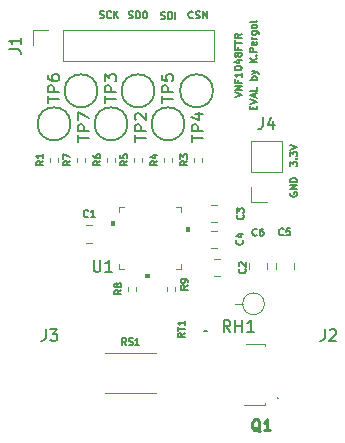
<source format=gbr>
%TF.GenerationSoftware,KiCad,Pcbnew,(6.0.8)*%
%TF.CreationDate,2023-02-11T16:42:38+01:00*%
%TF.ProjectId,VNF1048FTR_TestBoard,564e4631-3034-4384-9654-525f54657374,rev?*%
%TF.SameCoordinates,Original*%
%TF.FileFunction,Legend,Top*%
%TF.FilePolarity,Positive*%
%FSLAX46Y46*%
G04 Gerber Fmt 4.6, Leading zero omitted, Abs format (unit mm)*
G04 Created by KiCad (PCBNEW (6.0.8)) date 2023-02-11 16:42:38*
%MOMM*%
%LPD*%
G01*
G04 APERTURE LIST*
%ADD10C,0.150000*%
%ADD11C,0.225000*%
%ADD12C,0.120000*%
%ADD13C,0.100000*%
%ADD14C,0.200000*%
G04 APERTURE END LIST*
D10*
X113350771Y-28360657D02*
X113436485Y-28389228D01*
X113579342Y-28389228D01*
X113636485Y-28360657D01*
X113665057Y-28332085D01*
X113693628Y-28274942D01*
X113693628Y-28217800D01*
X113665057Y-28160657D01*
X113636485Y-28132085D01*
X113579342Y-28103514D01*
X113465057Y-28074942D01*
X113407914Y-28046371D01*
X113379342Y-28017800D01*
X113350771Y-27960657D01*
X113350771Y-27903514D01*
X113379342Y-27846371D01*
X113407914Y-27817800D01*
X113465057Y-27789228D01*
X113607914Y-27789228D01*
X113693628Y-27817800D01*
X114293628Y-28332085D02*
X114265057Y-28360657D01*
X114179342Y-28389228D01*
X114122200Y-28389228D01*
X114036485Y-28360657D01*
X113979342Y-28303514D01*
X113950771Y-28246371D01*
X113922200Y-28132085D01*
X113922200Y-28046371D01*
X113950771Y-27932085D01*
X113979342Y-27874942D01*
X114036485Y-27817800D01*
X114122200Y-27789228D01*
X114179342Y-27789228D01*
X114265057Y-27817800D01*
X114293628Y-27846371D01*
X114550771Y-28389228D02*
X114550771Y-27789228D01*
X114893628Y-28389228D02*
X114636485Y-28046371D01*
X114893628Y-27789228D02*
X114550771Y-28132085D01*
X121226314Y-28357485D02*
X121197742Y-28386057D01*
X121112028Y-28414628D01*
X121054885Y-28414628D01*
X120969171Y-28386057D01*
X120912028Y-28328914D01*
X120883457Y-28271771D01*
X120854885Y-28157485D01*
X120854885Y-28071771D01*
X120883457Y-27957485D01*
X120912028Y-27900342D01*
X120969171Y-27843200D01*
X121054885Y-27814628D01*
X121112028Y-27814628D01*
X121197742Y-27843200D01*
X121226314Y-27871771D01*
X121454885Y-28386057D02*
X121540600Y-28414628D01*
X121683457Y-28414628D01*
X121740600Y-28386057D01*
X121769171Y-28357485D01*
X121797742Y-28300342D01*
X121797742Y-28243200D01*
X121769171Y-28186057D01*
X121740600Y-28157485D01*
X121683457Y-28128914D01*
X121569171Y-28100342D01*
X121512028Y-28071771D01*
X121483457Y-28043200D01*
X121454885Y-27986057D01*
X121454885Y-27928914D01*
X121483457Y-27871771D01*
X121512028Y-27843200D01*
X121569171Y-27814628D01*
X121712028Y-27814628D01*
X121797742Y-27843200D01*
X122054885Y-28414628D02*
X122054885Y-27814628D01*
X122397742Y-28414628D01*
X122397742Y-27814628D01*
X118537114Y-28436857D02*
X118622828Y-28465428D01*
X118765685Y-28465428D01*
X118822828Y-28436857D01*
X118851400Y-28408285D01*
X118879971Y-28351142D01*
X118879971Y-28294000D01*
X118851400Y-28236857D01*
X118822828Y-28208285D01*
X118765685Y-28179714D01*
X118651400Y-28151142D01*
X118594257Y-28122571D01*
X118565685Y-28094000D01*
X118537114Y-28036857D01*
X118537114Y-27979714D01*
X118565685Y-27922571D01*
X118594257Y-27894000D01*
X118651400Y-27865428D01*
X118794257Y-27865428D01*
X118879971Y-27894000D01*
X119137114Y-28465428D02*
X119137114Y-27865428D01*
X119279971Y-27865428D01*
X119365685Y-27894000D01*
X119422828Y-27951142D01*
X119451400Y-28008285D01*
X119479971Y-28122571D01*
X119479971Y-28208285D01*
X119451400Y-28322571D01*
X119422828Y-28379714D01*
X119365685Y-28436857D01*
X119279971Y-28465428D01*
X119137114Y-28465428D01*
X119737114Y-28465428D02*
X119737114Y-27865428D01*
X115800285Y-28386057D02*
X115886000Y-28414628D01*
X116028857Y-28414628D01*
X116086000Y-28386057D01*
X116114571Y-28357485D01*
X116143142Y-28300342D01*
X116143142Y-28243200D01*
X116114571Y-28186057D01*
X116086000Y-28157485D01*
X116028857Y-28128914D01*
X115914571Y-28100342D01*
X115857428Y-28071771D01*
X115828857Y-28043200D01*
X115800285Y-27986057D01*
X115800285Y-27928914D01*
X115828857Y-27871771D01*
X115857428Y-27843200D01*
X115914571Y-27814628D01*
X116057428Y-27814628D01*
X116143142Y-27843200D01*
X116400285Y-28414628D02*
X116400285Y-27814628D01*
X116543142Y-27814628D01*
X116628857Y-27843200D01*
X116686000Y-27900342D01*
X116714571Y-27957485D01*
X116743142Y-28071771D01*
X116743142Y-28157485D01*
X116714571Y-28271771D01*
X116686000Y-28328914D01*
X116628857Y-28386057D01*
X116543142Y-28414628D01*
X116400285Y-28414628D01*
X117114571Y-27814628D02*
X117228857Y-27814628D01*
X117286000Y-27843200D01*
X117343142Y-27900342D01*
X117371714Y-28014628D01*
X117371714Y-28214628D01*
X117343142Y-28328914D01*
X117286000Y-28386057D01*
X117228857Y-28414628D01*
X117114571Y-28414628D01*
X117057428Y-28386057D01*
X117000285Y-28328914D01*
X116971714Y-28214628D01*
X116971714Y-28014628D01*
X117000285Y-27900342D01*
X117057428Y-27843200D01*
X117114571Y-27814628D01*
X126322142Y-36113571D02*
X126322142Y-35913571D01*
X126636428Y-35827857D02*
X126636428Y-36113571D01*
X126036428Y-36113571D01*
X126036428Y-35827857D01*
X126036428Y-35656428D02*
X126636428Y-35456428D01*
X126036428Y-35256428D01*
X126465000Y-35085000D02*
X126465000Y-34799285D01*
X126636428Y-35142142D02*
X126036428Y-34942142D01*
X126636428Y-34742142D01*
X126636428Y-34256428D02*
X126636428Y-34542142D01*
X126036428Y-34542142D01*
X126636428Y-33599285D02*
X126036428Y-33599285D01*
X126265000Y-33599285D02*
X126236428Y-33542142D01*
X126236428Y-33427857D01*
X126265000Y-33370714D01*
X126293571Y-33342142D01*
X126350714Y-33313571D01*
X126522142Y-33313571D01*
X126579285Y-33342142D01*
X126607857Y-33370714D01*
X126636428Y-33427857D01*
X126636428Y-33542142D01*
X126607857Y-33599285D01*
X126236428Y-33113571D02*
X126636428Y-32970714D01*
X126236428Y-32827857D02*
X126636428Y-32970714D01*
X126779285Y-33027857D01*
X126807857Y-33056428D01*
X126836428Y-33113571D01*
X126636428Y-32142142D02*
X126036428Y-32142142D01*
X126636428Y-31799285D02*
X126293571Y-32056428D01*
X126036428Y-31799285D02*
X126379285Y-32142142D01*
X126579285Y-31542142D02*
X126607857Y-31513571D01*
X126636428Y-31542142D01*
X126607857Y-31570714D01*
X126579285Y-31542142D01*
X126636428Y-31542142D01*
X126636428Y-31256428D02*
X126036428Y-31256428D01*
X126036428Y-31027857D01*
X126065000Y-30970714D01*
X126093571Y-30942142D01*
X126150714Y-30913571D01*
X126236428Y-30913571D01*
X126293571Y-30942142D01*
X126322142Y-30970714D01*
X126350714Y-31027857D01*
X126350714Y-31256428D01*
X126607857Y-30427857D02*
X126636428Y-30485000D01*
X126636428Y-30599285D01*
X126607857Y-30656428D01*
X126550714Y-30685000D01*
X126322142Y-30685000D01*
X126265000Y-30656428D01*
X126236428Y-30599285D01*
X126236428Y-30485000D01*
X126265000Y-30427857D01*
X126322142Y-30399285D01*
X126379285Y-30399285D01*
X126436428Y-30685000D01*
X126636428Y-30142142D02*
X126236428Y-30142142D01*
X126350714Y-30142142D02*
X126293571Y-30113571D01*
X126265000Y-30085000D01*
X126236428Y-30027857D01*
X126236428Y-29970714D01*
X126236428Y-29513571D02*
X126722142Y-29513571D01*
X126779285Y-29542142D01*
X126807857Y-29570714D01*
X126836428Y-29627857D01*
X126836428Y-29713571D01*
X126807857Y-29770714D01*
X126607857Y-29513571D02*
X126636428Y-29570714D01*
X126636428Y-29685000D01*
X126607857Y-29742142D01*
X126579285Y-29770714D01*
X126522142Y-29799285D01*
X126350714Y-29799285D01*
X126293571Y-29770714D01*
X126265000Y-29742142D01*
X126236428Y-29685000D01*
X126236428Y-29570714D01*
X126265000Y-29513571D01*
X126636428Y-29142142D02*
X126607857Y-29199285D01*
X126579285Y-29227857D01*
X126522142Y-29256428D01*
X126350714Y-29256428D01*
X126293571Y-29227857D01*
X126265000Y-29199285D01*
X126236428Y-29142142D01*
X126236428Y-29056428D01*
X126265000Y-28999285D01*
X126293571Y-28970714D01*
X126350714Y-28942142D01*
X126522142Y-28942142D01*
X126579285Y-28970714D01*
X126607857Y-28999285D01*
X126636428Y-29056428D01*
X126636428Y-29142142D01*
X126636428Y-28599285D02*
X126607857Y-28656428D01*
X126550714Y-28685000D01*
X126036428Y-28685000D01*
X129494000Y-43179942D02*
X129465428Y-43237085D01*
X129465428Y-43322800D01*
X129494000Y-43408514D01*
X129551142Y-43465657D01*
X129608285Y-43494228D01*
X129722571Y-43522800D01*
X129808285Y-43522800D01*
X129922571Y-43494228D01*
X129979714Y-43465657D01*
X130036857Y-43408514D01*
X130065428Y-43322800D01*
X130065428Y-43265657D01*
X130036857Y-43179942D01*
X130008285Y-43151371D01*
X129808285Y-43151371D01*
X129808285Y-43265657D01*
X130065428Y-42894228D02*
X129465428Y-42894228D01*
X130065428Y-42551371D01*
X129465428Y-42551371D01*
X130065428Y-42265657D02*
X129465428Y-42265657D01*
X129465428Y-42122800D01*
X129494000Y-42037085D01*
X129551142Y-41979942D01*
X129608285Y-41951371D01*
X129722571Y-41922800D01*
X129808285Y-41922800D01*
X129922571Y-41951371D01*
X129979714Y-41979942D01*
X130036857Y-42037085D01*
X130065428Y-42122800D01*
X130065428Y-42265657D01*
X129440028Y-40916114D02*
X129440028Y-40544685D01*
X129668600Y-40744685D01*
X129668600Y-40658971D01*
X129697171Y-40601828D01*
X129725742Y-40573257D01*
X129782885Y-40544685D01*
X129925742Y-40544685D01*
X129982885Y-40573257D01*
X130011457Y-40601828D01*
X130040028Y-40658971D01*
X130040028Y-40830400D01*
X130011457Y-40887542D01*
X129982885Y-40916114D01*
X129982885Y-40287542D02*
X130011457Y-40258971D01*
X130040028Y-40287542D01*
X130011457Y-40316114D01*
X129982885Y-40287542D01*
X130040028Y-40287542D01*
X129440028Y-40058971D02*
X129440028Y-39687542D01*
X129668600Y-39887542D01*
X129668600Y-39801828D01*
X129697171Y-39744685D01*
X129725742Y-39716114D01*
X129782885Y-39687542D01*
X129925742Y-39687542D01*
X129982885Y-39716114D01*
X130011457Y-39744685D01*
X130040028Y-39801828D01*
X130040028Y-39973257D01*
X130011457Y-40030400D01*
X129982885Y-40058971D01*
X129440028Y-39516114D02*
X130040028Y-39316114D01*
X129440028Y-39116114D01*
%TO.C,J4*%
X127149666Y-36790380D02*
X127149666Y-37504666D01*
X127102047Y-37647523D01*
X127006809Y-37742761D01*
X126863952Y-37790380D01*
X126768714Y-37790380D01*
X128054428Y-37123714D02*
X128054428Y-37790380D01*
X127816333Y-36742761D02*
X127578238Y-37457047D01*
X128197285Y-37457047D01*
%TO.C,J1*%
X105673380Y-31042333D02*
X106387666Y-31042333D01*
X106530523Y-31089952D01*
X106625761Y-31185190D01*
X106673380Y-31328047D01*
X106673380Y-31423285D01*
X106673380Y-30042333D02*
X106673380Y-30613761D01*
X106673380Y-30328047D02*
X105673380Y-30328047D01*
X105816238Y-30423285D01*
X105911476Y-30518523D01*
X105959095Y-30613761D01*
%TO.C,RH1*%
X124404523Y-54950380D02*
X124071190Y-54474190D01*
X123833095Y-54950380D02*
X123833095Y-53950380D01*
X124214047Y-53950380D01*
X124309285Y-53998000D01*
X124356904Y-54045619D01*
X124404523Y-54140857D01*
X124404523Y-54283714D01*
X124356904Y-54378952D01*
X124309285Y-54426571D01*
X124214047Y-54474190D01*
X123833095Y-54474190D01*
X124833095Y-54950380D02*
X124833095Y-53950380D01*
X124833095Y-54426571D02*
X125404523Y-54426571D01*
X125404523Y-54950380D02*
X125404523Y-53950380D01*
X126404523Y-54950380D02*
X125833095Y-54950380D01*
X126118809Y-54950380D02*
X126118809Y-53950380D01*
X126023571Y-54093238D01*
X125928333Y-54188476D01*
X125833095Y-54236095D01*
%TO.C,U1*%
X112826895Y-48880780D02*
X112826895Y-49690304D01*
X112874514Y-49785542D01*
X112922133Y-49833161D01*
X113017371Y-49880780D01*
X113207847Y-49880780D01*
X113303085Y-49833161D01*
X113350704Y-49785542D01*
X113398323Y-49690304D01*
X113398323Y-48880780D01*
X114398323Y-49880780D02*
X113826895Y-49880780D01*
X114112609Y-49880780D02*
X114112609Y-48880780D01*
X114017371Y-49023638D01*
X113922133Y-49118876D01*
X113826895Y-49166495D01*
X124766428Y-35085000D02*
X125366428Y-34885000D01*
X124766428Y-34685000D01*
X125366428Y-34485000D02*
X124766428Y-34485000D01*
X125366428Y-34142142D01*
X124766428Y-34142142D01*
X125052142Y-33656428D02*
X125052142Y-33856428D01*
X125366428Y-33856428D02*
X124766428Y-33856428D01*
X124766428Y-33570714D01*
X125366428Y-33027857D02*
X125366428Y-33370714D01*
X125366428Y-33199285D02*
X124766428Y-33199285D01*
X124852142Y-33256428D01*
X124909285Y-33313571D01*
X124937857Y-33370714D01*
X124766428Y-32656428D02*
X124766428Y-32599285D01*
X124795000Y-32542142D01*
X124823571Y-32513571D01*
X124880714Y-32485000D01*
X124995000Y-32456428D01*
X125137857Y-32456428D01*
X125252142Y-32485000D01*
X125309285Y-32513571D01*
X125337857Y-32542142D01*
X125366428Y-32599285D01*
X125366428Y-32656428D01*
X125337857Y-32713571D01*
X125309285Y-32742142D01*
X125252142Y-32770714D01*
X125137857Y-32799285D01*
X124995000Y-32799285D01*
X124880714Y-32770714D01*
X124823571Y-32742142D01*
X124795000Y-32713571D01*
X124766428Y-32656428D01*
X124966428Y-31942142D02*
X125366428Y-31942142D01*
X124737857Y-32085000D02*
X125166428Y-32227857D01*
X125166428Y-31856428D01*
X125023571Y-31542142D02*
X124995000Y-31599285D01*
X124966428Y-31627857D01*
X124909285Y-31656428D01*
X124880714Y-31656428D01*
X124823571Y-31627857D01*
X124795000Y-31599285D01*
X124766428Y-31542142D01*
X124766428Y-31427857D01*
X124795000Y-31370714D01*
X124823571Y-31342142D01*
X124880714Y-31313571D01*
X124909285Y-31313571D01*
X124966428Y-31342142D01*
X124995000Y-31370714D01*
X125023571Y-31427857D01*
X125023571Y-31542142D01*
X125052142Y-31599285D01*
X125080714Y-31627857D01*
X125137857Y-31656428D01*
X125252142Y-31656428D01*
X125309285Y-31627857D01*
X125337857Y-31599285D01*
X125366428Y-31542142D01*
X125366428Y-31427857D01*
X125337857Y-31370714D01*
X125309285Y-31342142D01*
X125252142Y-31313571D01*
X125137857Y-31313571D01*
X125080714Y-31342142D01*
X125052142Y-31370714D01*
X125023571Y-31427857D01*
X125052142Y-30856428D02*
X125052142Y-31056428D01*
X125366428Y-31056428D02*
X124766428Y-31056428D01*
X124766428Y-30770714D01*
X124766428Y-30627857D02*
X124766428Y-30285000D01*
X125366428Y-30456428D02*
X124766428Y-30456428D01*
X125366428Y-29742142D02*
X125080714Y-29942142D01*
X125366428Y-30085000D02*
X124766428Y-30085000D01*
X124766428Y-29856428D01*
X124795000Y-29799285D01*
X124823571Y-29770714D01*
X124880714Y-29742142D01*
X124966428Y-29742142D01*
X125023571Y-29770714D01*
X125052142Y-29799285D01*
X125080714Y-29856428D01*
X125080714Y-30085000D01*
%TO.C,TP7*%
X111466380Y-38853904D02*
X111466380Y-38282476D01*
X112466380Y-38568190D02*
X111466380Y-38568190D01*
X112466380Y-37949142D02*
X111466380Y-37949142D01*
X111466380Y-37568190D01*
X111514000Y-37472952D01*
X111561619Y-37425333D01*
X111656857Y-37377714D01*
X111799714Y-37377714D01*
X111894952Y-37425333D01*
X111942571Y-37472952D01*
X111990190Y-37568190D01*
X111990190Y-37949142D01*
X111466380Y-37044380D02*
X111466380Y-36377714D01*
X112466380Y-36806285D01*
%TO.C,TP6*%
X108926380Y-35551904D02*
X108926380Y-34980476D01*
X109926380Y-35266190D02*
X108926380Y-35266190D01*
X109926380Y-34647142D02*
X108926380Y-34647142D01*
X108926380Y-34266190D01*
X108974000Y-34170952D01*
X109021619Y-34123333D01*
X109116857Y-34075714D01*
X109259714Y-34075714D01*
X109354952Y-34123333D01*
X109402571Y-34170952D01*
X109450190Y-34266190D01*
X109450190Y-34647142D01*
X108926380Y-33218571D02*
X108926380Y-33409047D01*
X108974000Y-33504285D01*
X109021619Y-33551904D01*
X109164476Y-33647142D01*
X109354952Y-33694761D01*
X109735904Y-33694761D01*
X109831142Y-33647142D01*
X109878761Y-33599523D01*
X109926380Y-33504285D01*
X109926380Y-33313809D01*
X109878761Y-33218571D01*
X109831142Y-33170952D01*
X109735904Y-33123333D01*
X109497809Y-33123333D01*
X109402571Y-33170952D01*
X109354952Y-33218571D01*
X109307333Y-33313809D01*
X109307333Y-33504285D01*
X109354952Y-33599523D01*
X109402571Y-33647142D01*
X109497809Y-33694761D01*
%TO.C,TP5*%
X118578380Y-35551904D02*
X118578380Y-34980476D01*
X119578380Y-35266190D02*
X118578380Y-35266190D01*
X119578380Y-34647142D02*
X118578380Y-34647142D01*
X118578380Y-34266190D01*
X118626000Y-34170952D01*
X118673619Y-34123333D01*
X118768857Y-34075714D01*
X118911714Y-34075714D01*
X119006952Y-34123333D01*
X119054571Y-34170952D01*
X119102190Y-34266190D01*
X119102190Y-34647142D01*
X118578380Y-33170952D02*
X118578380Y-33647142D01*
X119054571Y-33694761D01*
X119006952Y-33647142D01*
X118959333Y-33551904D01*
X118959333Y-33313809D01*
X119006952Y-33218571D01*
X119054571Y-33170952D01*
X119149809Y-33123333D01*
X119387904Y-33123333D01*
X119483142Y-33170952D01*
X119530761Y-33218571D01*
X119578380Y-33313809D01*
X119578380Y-33551904D01*
X119530761Y-33647142D01*
X119483142Y-33694761D01*
%TO.C,TP4*%
X121118380Y-38853904D02*
X121118380Y-38282476D01*
X122118380Y-38568190D02*
X121118380Y-38568190D01*
X122118380Y-37949142D02*
X121118380Y-37949142D01*
X121118380Y-37568190D01*
X121166000Y-37472952D01*
X121213619Y-37425333D01*
X121308857Y-37377714D01*
X121451714Y-37377714D01*
X121546952Y-37425333D01*
X121594571Y-37472952D01*
X121642190Y-37568190D01*
X121642190Y-37949142D01*
X121451714Y-36520571D02*
X122118380Y-36520571D01*
X121070761Y-36758666D02*
X121785047Y-36996761D01*
X121785047Y-36377714D01*
%TO.C,TP3*%
X113752380Y-35551904D02*
X113752380Y-34980476D01*
X114752380Y-35266190D02*
X113752380Y-35266190D01*
X114752380Y-34647142D02*
X113752380Y-34647142D01*
X113752380Y-34266190D01*
X113800000Y-34170952D01*
X113847619Y-34123333D01*
X113942857Y-34075714D01*
X114085714Y-34075714D01*
X114180952Y-34123333D01*
X114228571Y-34170952D01*
X114276190Y-34266190D01*
X114276190Y-34647142D01*
X113752380Y-33742380D02*
X113752380Y-33123333D01*
X114133333Y-33456666D01*
X114133333Y-33313809D01*
X114180952Y-33218571D01*
X114228571Y-33170952D01*
X114323809Y-33123333D01*
X114561904Y-33123333D01*
X114657142Y-33170952D01*
X114704761Y-33218571D01*
X114752380Y-33313809D01*
X114752380Y-33599523D01*
X114704761Y-33694761D01*
X114657142Y-33742380D01*
%TO.C,TP2*%
X116292380Y-38853904D02*
X116292380Y-38282476D01*
X117292380Y-38568190D02*
X116292380Y-38568190D01*
X117292380Y-37949142D02*
X116292380Y-37949142D01*
X116292380Y-37568190D01*
X116340000Y-37472952D01*
X116387619Y-37425333D01*
X116482857Y-37377714D01*
X116625714Y-37377714D01*
X116720952Y-37425333D01*
X116768571Y-37472952D01*
X116816190Y-37568190D01*
X116816190Y-37949142D01*
X116387619Y-36996761D02*
X116340000Y-36949142D01*
X116292380Y-36853904D01*
X116292380Y-36615809D01*
X116340000Y-36520571D01*
X116387619Y-36472952D01*
X116482857Y-36425333D01*
X116578095Y-36425333D01*
X116720952Y-36472952D01*
X117292380Y-37044380D01*
X117292380Y-36425333D01*
%TO.C,RT1*%
X120540428Y-55065571D02*
X120254714Y-55265571D01*
X120540428Y-55408428D02*
X119940428Y-55408428D01*
X119940428Y-55179857D01*
X119969000Y-55122714D01*
X119997571Y-55094142D01*
X120054714Y-55065571D01*
X120140428Y-55065571D01*
X120197571Y-55094142D01*
X120226142Y-55122714D01*
X120254714Y-55179857D01*
X120254714Y-55408428D01*
X119940428Y-54894142D02*
X119940428Y-54551285D01*
X120540428Y-54722714D02*
X119940428Y-54722714D01*
X120540428Y-54037000D02*
X120540428Y-54379857D01*
X120540428Y-54208428D02*
X119940428Y-54208428D01*
X120026142Y-54265571D01*
X120083285Y-54322714D01*
X120111857Y-54379857D01*
%TO.C,RS1*%
X115565285Y-56071428D02*
X115365285Y-55785714D01*
X115222428Y-56071428D02*
X115222428Y-55471428D01*
X115451000Y-55471428D01*
X115508142Y-55500000D01*
X115536714Y-55528571D01*
X115565285Y-55585714D01*
X115565285Y-55671428D01*
X115536714Y-55728571D01*
X115508142Y-55757142D01*
X115451000Y-55785714D01*
X115222428Y-55785714D01*
X115793857Y-56042857D02*
X115879571Y-56071428D01*
X116022428Y-56071428D01*
X116079571Y-56042857D01*
X116108142Y-56014285D01*
X116136714Y-55957142D01*
X116136714Y-55900000D01*
X116108142Y-55842857D01*
X116079571Y-55814285D01*
X116022428Y-55785714D01*
X115908142Y-55757142D01*
X115851000Y-55728571D01*
X115822428Y-55700000D01*
X115793857Y-55642857D01*
X115793857Y-55585714D01*
X115822428Y-55528571D01*
X115851000Y-55500000D01*
X115908142Y-55471428D01*
X116051000Y-55471428D01*
X116136714Y-55500000D01*
X116708142Y-56071428D02*
X116365285Y-56071428D01*
X116536714Y-56071428D02*
X116536714Y-55471428D01*
X116479571Y-55557142D01*
X116422428Y-55614285D01*
X116365285Y-55642857D01*
%TO.C,R9*%
X120794428Y-51027000D02*
X120508714Y-51227000D01*
X120794428Y-51369857D02*
X120194428Y-51369857D01*
X120194428Y-51141285D01*
X120223000Y-51084142D01*
X120251571Y-51055571D01*
X120308714Y-51027000D01*
X120394428Y-51027000D01*
X120451571Y-51055571D01*
X120480142Y-51084142D01*
X120508714Y-51141285D01*
X120508714Y-51369857D01*
X120794428Y-50741285D02*
X120794428Y-50627000D01*
X120765857Y-50569857D01*
X120737285Y-50541285D01*
X120651571Y-50484142D01*
X120537285Y-50455571D01*
X120308714Y-50455571D01*
X120251571Y-50484142D01*
X120223000Y-50512714D01*
X120194428Y-50569857D01*
X120194428Y-50684142D01*
X120223000Y-50741285D01*
X120251571Y-50769857D01*
X120308714Y-50798428D01*
X120451571Y-50798428D01*
X120508714Y-50769857D01*
X120537285Y-50741285D01*
X120565857Y-50684142D01*
X120565857Y-50569857D01*
X120537285Y-50512714D01*
X120508714Y-50484142D01*
X120451571Y-50455571D01*
%TO.C,R8*%
X115179428Y-51408000D02*
X114893714Y-51608000D01*
X115179428Y-51750857D02*
X114579428Y-51750857D01*
X114579428Y-51522285D01*
X114608000Y-51465142D01*
X114636571Y-51436571D01*
X114693714Y-51408000D01*
X114779428Y-51408000D01*
X114836571Y-51436571D01*
X114865142Y-51465142D01*
X114893714Y-51522285D01*
X114893714Y-51750857D01*
X114836571Y-51065142D02*
X114808000Y-51122285D01*
X114779428Y-51150857D01*
X114722285Y-51179428D01*
X114693714Y-51179428D01*
X114636571Y-51150857D01*
X114608000Y-51122285D01*
X114579428Y-51065142D01*
X114579428Y-50950857D01*
X114608000Y-50893714D01*
X114636571Y-50865142D01*
X114693714Y-50836571D01*
X114722285Y-50836571D01*
X114779428Y-50865142D01*
X114808000Y-50893714D01*
X114836571Y-50950857D01*
X114836571Y-51065142D01*
X114865142Y-51122285D01*
X114893714Y-51150857D01*
X114950857Y-51179428D01*
X115065142Y-51179428D01*
X115122285Y-51150857D01*
X115150857Y-51122285D01*
X115179428Y-51065142D01*
X115179428Y-50950857D01*
X115150857Y-50893714D01*
X115122285Y-50865142D01*
X115065142Y-50836571D01*
X114950857Y-50836571D01*
X114893714Y-50865142D01*
X114865142Y-50893714D01*
X114836571Y-50950857D01*
%TO.C,R7*%
X110861428Y-40486000D02*
X110575714Y-40686000D01*
X110861428Y-40828857D02*
X110261428Y-40828857D01*
X110261428Y-40600285D01*
X110290000Y-40543142D01*
X110318571Y-40514571D01*
X110375714Y-40486000D01*
X110461428Y-40486000D01*
X110518571Y-40514571D01*
X110547142Y-40543142D01*
X110575714Y-40600285D01*
X110575714Y-40828857D01*
X110261428Y-40286000D02*
X110261428Y-39886000D01*
X110861428Y-40143142D01*
%TO.C,R6*%
X113401428Y-40486000D02*
X113115714Y-40686000D01*
X113401428Y-40828857D02*
X112801428Y-40828857D01*
X112801428Y-40600285D01*
X112830000Y-40543142D01*
X112858571Y-40514571D01*
X112915714Y-40486000D01*
X113001428Y-40486000D01*
X113058571Y-40514571D01*
X113087142Y-40543142D01*
X113115714Y-40600285D01*
X113115714Y-40828857D01*
X112801428Y-39971714D02*
X112801428Y-40086000D01*
X112830000Y-40143142D01*
X112858571Y-40171714D01*
X112944285Y-40228857D01*
X113058571Y-40257428D01*
X113287142Y-40257428D01*
X113344285Y-40228857D01*
X113372857Y-40200285D01*
X113401428Y-40143142D01*
X113401428Y-40028857D01*
X113372857Y-39971714D01*
X113344285Y-39943142D01*
X113287142Y-39914571D01*
X113144285Y-39914571D01*
X113087142Y-39943142D01*
X113058571Y-39971714D01*
X113030000Y-40028857D01*
X113030000Y-40143142D01*
X113058571Y-40200285D01*
X113087142Y-40228857D01*
X113144285Y-40257428D01*
%TO.C,R5*%
X115687428Y-40486000D02*
X115401714Y-40686000D01*
X115687428Y-40828857D02*
X115087428Y-40828857D01*
X115087428Y-40600285D01*
X115116000Y-40543142D01*
X115144571Y-40514571D01*
X115201714Y-40486000D01*
X115287428Y-40486000D01*
X115344571Y-40514571D01*
X115373142Y-40543142D01*
X115401714Y-40600285D01*
X115401714Y-40828857D01*
X115087428Y-39943142D02*
X115087428Y-40228857D01*
X115373142Y-40257428D01*
X115344571Y-40228857D01*
X115316000Y-40171714D01*
X115316000Y-40028857D01*
X115344571Y-39971714D01*
X115373142Y-39943142D01*
X115430285Y-39914571D01*
X115573142Y-39914571D01*
X115630285Y-39943142D01*
X115658857Y-39971714D01*
X115687428Y-40028857D01*
X115687428Y-40171714D01*
X115658857Y-40228857D01*
X115630285Y-40257428D01*
%TO.C,R4*%
X118227428Y-40486000D02*
X117941714Y-40686000D01*
X118227428Y-40828857D02*
X117627428Y-40828857D01*
X117627428Y-40600285D01*
X117656000Y-40543142D01*
X117684571Y-40514571D01*
X117741714Y-40486000D01*
X117827428Y-40486000D01*
X117884571Y-40514571D01*
X117913142Y-40543142D01*
X117941714Y-40600285D01*
X117941714Y-40828857D01*
X117827428Y-39971714D02*
X118227428Y-39971714D01*
X117598857Y-40114571D02*
X118027428Y-40257428D01*
X118027428Y-39886000D01*
%TO.C,R3*%
X120767428Y-40486000D02*
X120481714Y-40686000D01*
X120767428Y-40828857D02*
X120167428Y-40828857D01*
X120167428Y-40600285D01*
X120196000Y-40543142D01*
X120224571Y-40514571D01*
X120281714Y-40486000D01*
X120367428Y-40486000D01*
X120424571Y-40514571D01*
X120453142Y-40543142D01*
X120481714Y-40600285D01*
X120481714Y-40828857D01*
X120167428Y-40286000D02*
X120167428Y-39914571D01*
X120396000Y-40114571D01*
X120396000Y-40028857D01*
X120424571Y-39971714D01*
X120453142Y-39943142D01*
X120510285Y-39914571D01*
X120653142Y-39914571D01*
X120710285Y-39943142D01*
X120738857Y-39971714D01*
X120767428Y-40028857D01*
X120767428Y-40200285D01*
X120738857Y-40257428D01*
X120710285Y-40286000D01*
%TO.C,R1*%
X108575428Y-40486000D02*
X108289714Y-40686000D01*
X108575428Y-40828857D02*
X107975428Y-40828857D01*
X107975428Y-40600285D01*
X108004000Y-40543142D01*
X108032571Y-40514571D01*
X108089714Y-40486000D01*
X108175428Y-40486000D01*
X108232571Y-40514571D01*
X108261142Y-40543142D01*
X108289714Y-40600285D01*
X108289714Y-40828857D01*
X108575428Y-39914571D02*
X108575428Y-40257428D01*
X108575428Y-40086000D02*
X107975428Y-40086000D01*
X108061142Y-40143142D01*
X108118285Y-40200285D01*
X108146857Y-40257428D01*
D11*
%TO.C,Q1*%
X126914285Y-63357857D02*
X126828571Y-63315000D01*
X126742857Y-63229285D01*
X126614285Y-63100714D01*
X126528571Y-63057857D01*
X126442857Y-63057857D01*
X126485714Y-63272142D02*
X126400000Y-63229285D01*
X126314285Y-63143571D01*
X126271428Y-62972142D01*
X126271428Y-62672142D01*
X126314285Y-62500714D01*
X126400000Y-62415000D01*
X126485714Y-62372142D01*
X126657142Y-62372142D01*
X126742857Y-62415000D01*
X126828571Y-62500714D01*
X126871428Y-62672142D01*
X126871428Y-62972142D01*
X126828571Y-63143571D01*
X126742857Y-63229285D01*
X126657142Y-63272142D01*
X126485714Y-63272142D01*
X127728571Y-63272142D02*
X127214285Y-63272142D01*
X127471428Y-63272142D02*
X127471428Y-62372142D01*
X127385714Y-62500714D01*
X127300000Y-62586428D01*
X127214285Y-62629285D01*
D10*
%TO.C,J3*%
X108759666Y-54722380D02*
X108759666Y-55436666D01*
X108712047Y-55579523D01*
X108616809Y-55674761D01*
X108473952Y-55722380D01*
X108378714Y-55722380D01*
X109140619Y-54722380D02*
X109759666Y-54722380D01*
X109426333Y-55103333D01*
X109569190Y-55103333D01*
X109664428Y-55150952D01*
X109712047Y-55198571D01*
X109759666Y-55293809D01*
X109759666Y-55531904D01*
X109712047Y-55627142D01*
X109664428Y-55674761D01*
X109569190Y-55722380D01*
X109283476Y-55722380D01*
X109188238Y-55674761D01*
X109140619Y-55627142D01*
%TO.C,J2*%
X132381666Y-54722380D02*
X132381666Y-55436666D01*
X132334047Y-55579523D01*
X132238809Y-55674761D01*
X132095952Y-55722380D01*
X132000714Y-55722380D01*
X132810238Y-54817619D02*
X132857857Y-54770000D01*
X132953095Y-54722380D01*
X133191190Y-54722380D01*
X133286428Y-54770000D01*
X133334047Y-54817619D01*
X133381666Y-54912857D01*
X133381666Y-55008095D01*
X133334047Y-55150952D01*
X132762619Y-55722380D01*
X133381666Y-55722380D01*
%TO.C,C6*%
X126646000Y-46747085D02*
X126617428Y-46775657D01*
X126531714Y-46804228D01*
X126474571Y-46804228D01*
X126388857Y-46775657D01*
X126331714Y-46718514D01*
X126303142Y-46661371D01*
X126274571Y-46547085D01*
X126274571Y-46461371D01*
X126303142Y-46347085D01*
X126331714Y-46289942D01*
X126388857Y-46232800D01*
X126474571Y-46204228D01*
X126531714Y-46204228D01*
X126617428Y-46232800D01*
X126646000Y-46261371D01*
X127160285Y-46204228D02*
X127046000Y-46204228D01*
X126988857Y-46232800D01*
X126960285Y-46261371D01*
X126903142Y-46347085D01*
X126874571Y-46461371D01*
X126874571Y-46689942D01*
X126903142Y-46747085D01*
X126931714Y-46775657D01*
X126988857Y-46804228D01*
X127103142Y-46804228D01*
X127160285Y-46775657D01*
X127188857Y-46747085D01*
X127217428Y-46689942D01*
X127217428Y-46547085D01*
X127188857Y-46489942D01*
X127160285Y-46461371D01*
X127103142Y-46432800D01*
X126988857Y-46432800D01*
X126931714Y-46461371D01*
X126903142Y-46489942D01*
X126874571Y-46547085D01*
%TO.C,C5*%
X128906600Y-46721685D02*
X128878028Y-46750257D01*
X128792314Y-46778828D01*
X128735171Y-46778828D01*
X128649457Y-46750257D01*
X128592314Y-46693114D01*
X128563742Y-46635971D01*
X128535171Y-46521685D01*
X128535171Y-46435971D01*
X128563742Y-46321685D01*
X128592314Y-46264542D01*
X128649457Y-46207400D01*
X128735171Y-46178828D01*
X128792314Y-46178828D01*
X128878028Y-46207400D01*
X128906600Y-46235971D01*
X129449457Y-46178828D02*
X129163742Y-46178828D01*
X129135171Y-46464542D01*
X129163742Y-46435971D01*
X129220885Y-46407400D01*
X129363742Y-46407400D01*
X129420885Y-46435971D01*
X129449457Y-46464542D01*
X129478028Y-46521685D01*
X129478028Y-46664542D01*
X129449457Y-46721685D01*
X129420885Y-46750257D01*
X129363742Y-46778828D01*
X129220885Y-46778828D01*
X129163742Y-46750257D01*
X129135171Y-46721685D01*
%TO.C,C4*%
X125436285Y-47191600D02*
X125464857Y-47220171D01*
X125493428Y-47305885D01*
X125493428Y-47363028D01*
X125464857Y-47448742D01*
X125407714Y-47505885D01*
X125350571Y-47534457D01*
X125236285Y-47563028D01*
X125150571Y-47563028D01*
X125036285Y-47534457D01*
X124979142Y-47505885D01*
X124922000Y-47448742D01*
X124893428Y-47363028D01*
X124893428Y-47305885D01*
X124922000Y-47220171D01*
X124950571Y-47191600D01*
X125093428Y-46677314D02*
X125493428Y-46677314D01*
X124864857Y-46820171D02*
X125293428Y-46963028D01*
X125293428Y-46591600D01*
%TO.C,C3*%
X125487085Y-45058000D02*
X125515657Y-45086571D01*
X125544228Y-45172285D01*
X125544228Y-45229428D01*
X125515657Y-45315142D01*
X125458514Y-45372285D01*
X125401371Y-45400857D01*
X125287085Y-45429428D01*
X125201371Y-45429428D01*
X125087085Y-45400857D01*
X125029942Y-45372285D01*
X124972800Y-45315142D01*
X124944228Y-45229428D01*
X124944228Y-45172285D01*
X124972800Y-45086571D01*
X125001371Y-45058000D01*
X124944228Y-44858000D02*
X124944228Y-44486571D01*
X125172800Y-44686571D01*
X125172800Y-44600857D01*
X125201371Y-44543714D01*
X125229942Y-44515142D01*
X125287085Y-44486571D01*
X125429942Y-44486571D01*
X125487085Y-44515142D01*
X125515657Y-44543714D01*
X125544228Y-44600857D01*
X125544228Y-44772285D01*
X125515657Y-44829428D01*
X125487085Y-44858000D01*
%TO.C,C2*%
X125639485Y-49630000D02*
X125668057Y-49658571D01*
X125696628Y-49744285D01*
X125696628Y-49801428D01*
X125668057Y-49887142D01*
X125610914Y-49944285D01*
X125553771Y-49972857D01*
X125439485Y-50001428D01*
X125353771Y-50001428D01*
X125239485Y-49972857D01*
X125182342Y-49944285D01*
X125125200Y-49887142D01*
X125096628Y-49801428D01*
X125096628Y-49744285D01*
X125125200Y-49658571D01*
X125153771Y-49630000D01*
X125153771Y-49401428D02*
X125125200Y-49372857D01*
X125096628Y-49315714D01*
X125096628Y-49172857D01*
X125125200Y-49115714D01*
X125153771Y-49087142D01*
X125210914Y-49058571D01*
X125268057Y-49058571D01*
X125353771Y-49087142D01*
X125696628Y-49430000D01*
X125696628Y-49058571D01*
%TO.C,C1*%
X112361000Y-45194085D02*
X112332428Y-45222657D01*
X112246714Y-45251228D01*
X112189571Y-45251228D01*
X112103857Y-45222657D01*
X112046714Y-45165514D01*
X112018142Y-45108371D01*
X111989571Y-44994085D01*
X111989571Y-44908371D01*
X112018142Y-44794085D01*
X112046714Y-44736942D01*
X112103857Y-44679800D01*
X112189571Y-44651228D01*
X112246714Y-44651228D01*
X112332428Y-44679800D01*
X112361000Y-44708371D01*
X112932428Y-45251228D02*
X112589571Y-45251228D01*
X112761000Y-45251228D02*
X112761000Y-44651228D01*
X112703857Y-44736942D01*
X112646714Y-44794085D01*
X112589571Y-44822657D01*
D12*
%TO.C,J4*%
X128813000Y-41382000D02*
X128813000Y-38782000D01*
X126153000Y-41382000D02*
X126153000Y-38782000D01*
X128813000Y-41382000D02*
X126153000Y-41382000D01*
X127483000Y-43982000D02*
X126153000Y-43982000D01*
X126153000Y-43982000D02*
X126153000Y-42652000D01*
X128813000Y-38782000D02*
X126153000Y-38782000D01*
%TO.C,J1*%
X123021000Y-32039000D02*
X123021000Y-29379000D01*
X110261000Y-32039000D02*
X123021000Y-32039000D01*
X107661000Y-29379000D02*
X108991000Y-29379000D01*
X110261000Y-29379000D02*
X123021000Y-29379000D01*
X110261000Y-32039000D02*
X110261000Y-29379000D01*
X107661000Y-30709000D02*
X107661000Y-29379000D01*
%TO.C,RH1*%
X125445000Y-52578000D02*
X124825000Y-52578000D01*
X127285000Y-52578000D02*
G75*
G03*
X127285000Y-52578000I-920000J0D01*
G01*
%TO.C,U1*%
X120230900Y-49618900D02*
X120230900Y-49199739D01*
X114973100Y-49199739D02*
X114973100Y-49618900D01*
X114973100Y-44361100D02*
X114973100Y-44780261D01*
X120230900Y-44780261D02*
X120230900Y-44361100D01*
X120230900Y-44361100D02*
X119811739Y-44361100D01*
X114973100Y-49618900D02*
X115392261Y-49618900D01*
X119811739Y-49618900D02*
X120230900Y-49618900D01*
X115392261Y-44361100D02*
X114973100Y-44361100D01*
G36*
X114541300Y-45930500D02*
G01*
X114287300Y-45930500D01*
X114287300Y-45549500D01*
X114541300Y-45549500D01*
X114541300Y-45930500D01*
G37*
D13*
X114541300Y-45930500D02*
X114287300Y-45930500D01*
X114287300Y-45549500D01*
X114541300Y-45549500D01*
X114541300Y-45930500D01*
G36*
X120916700Y-46430499D02*
G01*
X120662700Y-46430499D01*
X120662700Y-46049499D01*
X120916700Y-46049499D01*
X120916700Y-46430499D01*
G37*
X120916700Y-46430499D02*
X120662700Y-46430499D01*
X120662700Y-46049499D01*
X120916700Y-46049499D01*
X120916700Y-46430499D01*
G36*
X117542501Y-50304700D02*
G01*
X117161500Y-50304700D01*
X117161500Y-50050700D01*
X117542501Y-50050700D01*
X117542501Y-50304700D01*
G37*
X117542501Y-50304700D02*
X117161500Y-50304700D01*
X117161500Y-50050700D01*
X117542501Y-50050700D01*
X117542501Y-50304700D01*
D10*
%TO.C,TP7*%
X113160000Y-34544000D02*
G75*
G03*
X113160000Y-34544000I-1400000J0D01*
G01*
%TO.C,TP6*%
X110874000Y-37338000D02*
G75*
G03*
X110874000Y-37338000I-1400000J0D01*
G01*
%TO.C,TP5*%
X120526000Y-37338000D02*
G75*
G03*
X120526000Y-37338000I-1400000J0D01*
G01*
%TO.C,TP4*%
X122939000Y-34544000D02*
G75*
G03*
X122939000Y-34544000I-1400000J0D01*
G01*
%TO.C,TP3*%
X115700000Y-37338000D02*
G75*
G03*
X115700000Y-37338000I-1400000J0D01*
G01*
%TO.C,TP2*%
X117986000Y-34544000D02*
G75*
G03*
X117986000Y-34544000I-1400000J0D01*
G01*
D14*
%TO.C,RT1*%
X122451000Y-54856000D02*
X122151000Y-54856000D01*
D12*
%TO.C,RS1*%
X113773936Y-56710000D02*
X118128064Y-56710000D01*
X113773936Y-60130000D02*
X118128064Y-60130000D01*
%TO.C,R9*%
X119000000Y-51461641D02*
X119000000Y-51154359D01*
X119760000Y-51461641D02*
X119760000Y-51154359D01*
%TO.C,R8*%
X115698000Y-51461641D02*
X115698000Y-51154359D01*
X116458000Y-51461641D02*
X116458000Y-51154359D01*
%TO.C,R7*%
X111380000Y-40539641D02*
X111380000Y-40232359D01*
X112140000Y-40539641D02*
X112140000Y-40232359D01*
%TO.C,R6*%
X113920000Y-40539641D02*
X113920000Y-40232359D01*
X114680000Y-40539641D02*
X114680000Y-40232359D01*
%TO.C,R5*%
X116206000Y-40539641D02*
X116206000Y-40232359D01*
X116966000Y-40539641D02*
X116966000Y-40232359D01*
%TO.C,R4*%
X118746000Y-40539641D02*
X118746000Y-40232359D01*
X119506000Y-40539641D02*
X119506000Y-40232359D01*
%TO.C,R3*%
X121286000Y-40539641D02*
X121286000Y-40232359D01*
X122046000Y-40539641D02*
X122046000Y-40232359D01*
%TO.C,R1*%
X109094000Y-40539641D02*
X109094000Y-40232359D01*
X109854000Y-40539641D02*
X109854000Y-40232359D01*
D13*
%TO.C,Q1*%
X125753500Y-55947000D02*
X127353500Y-55947000D01*
X127353500Y-55947000D02*
X127353500Y-56147000D01*
X125553500Y-61147000D02*
X127353500Y-61147000D01*
X128453500Y-60547000D02*
X128453500Y-60547000D01*
X128353500Y-60547000D02*
X128353500Y-60547000D01*
X127353500Y-61147000D02*
X127353500Y-60947000D01*
X128353500Y-60547000D02*
G75*
G03*
X128453500Y-60547000I50000J0D01*
G01*
X128453500Y-60547000D02*
G75*
G03*
X128353500Y-60547000I-50000J0D01*
G01*
D12*
%TO.C,C6*%
X127481000Y-49664252D02*
X127481000Y-49141748D01*
X126011000Y-49664252D02*
X126011000Y-49141748D01*
%TO.C,C5*%
X128297000Y-49664252D02*
X128297000Y-49141748D01*
X129767000Y-49664252D02*
X129767000Y-49141748D01*
%TO.C,C4*%
X123298852Y-46407400D02*
X122776348Y-46407400D01*
X123298852Y-47877400D02*
X122776348Y-47877400D01*
%TO.C,C3*%
X123298852Y-44223000D02*
X122776348Y-44223000D01*
X123298852Y-45693000D02*
X122776348Y-45693000D01*
%TO.C,C2*%
X122994748Y-50265000D02*
X123517252Y-50265000D01*
X122994748Y-48795000D02*
X123517252Y-48795000D01*
%TO.C,C1*%
X112199748Y-47394800D02*
X112722252Y-47394800D01*
X112199748Y-45924800D02*
X112722252Y-45924800D01*
%TD*%
M02*

</source>
